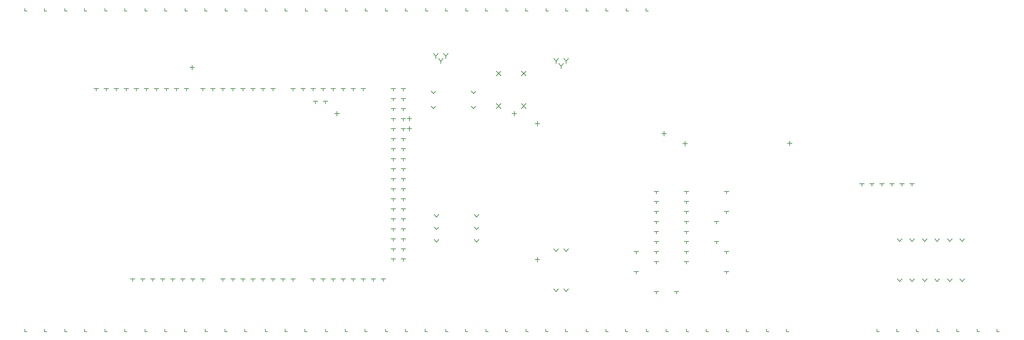
<source format=gbr>
G04 DipTrace 3.3.1.3*
G04 Plated_Through.gbr*
%MOIN*%
G04 #@! TF.FileFunction,Plated,1,2,PTH,Drill*
G04 #@! TF.Part,Single*
G04 Drill Symbols*
G04 D=0.019121 - Cross*
G04 D=0.027992 - X*
G04 D=0.031496 - Y*
G04 D=0.035433 - T*
G04 D=0.038005 - V*
G04 D=0.051181 - Clock*
G04 D=0.125 - Box_Cross*
G04 D=0.125984 - Box_X*
G04 D=0.216535 - Box_Y*
%ADD10C,0.007874*%
%FSLAX26Y26*%
G04*
G70*
G90*
G75*
G01*
X2613058Y3891601D2*
D10*
Y3867979D1*
X2636680D1*
X2809908Y3891601D2*
Y3867979D1*
X2833530D1*
X3013058Y3891601D2*
Y3867979D1*
X3036680D1*
X3209908Y3891601D2*
Y3867979D1*
X3233530D1*
X3413058Y3891601D2*
Y3867979D1*
X3436680D1*
X3609908Y3891601D2*
Y3867979D1*
X3633530D1*
X6213058Y3891601D2*
Y3867979D1*
X6236680D1*
X6409908Y3891601D2*
Y3867979D1*
X6433530D1*
X613058Y691601D2*
Y667979D1*
X636680D1*
X809908Y691601D2*
Y667979D1*
X833530D1*
X6613058Y3891601D2*
Y3867979D1*
X6636680D1*
X6809908Y3891601D2*
Y3867979D1*
X6833530D1*
X4613058Y3891601D2*
Y3867979D1*
X4636680D1*
X4809908Y3891601D2*
Y3867979D1*
X4833530D1*
X4364436Y1392979D2*
X4411680D1*
X4388058D2*
Y1369357D1*
X4364436Y1492979D2*
X4411680D1*
X4388058D2*
Y1469357D1*
X4364436Y1592979D2*
X4411680D1*
X4388058D2*
Y1569357D1*
X4364436Y1692979D2*
X4411680D1*
X4388058D2*
Y1669357D1*
X4364436Y1792979D2*
X4411680D1*
X4388058D2*
Y1769357D1*
X4364436Y1892979D2*
X4411680D1*
X4388058D2*
Y1869357D1*
X4364436Y1992979D2*
X4411680D1*
X4388058D2*
Y1969357D1*
X4364436Y2092979D2*
X4411680D1*
X4388058D2*
Y2069357D1*
X4364436Y2192979D2*
X4411680D1*
X4388058D2*
Y2169357D1*
X4364436Y2292979D2*
X4411680D1*
X4388058D2*
Y2269357D1*
X4364436Y2392979D2*
X4411680D1*
X4388058D2*
Y2369357D1*
X4364436Y2492979D2*
X4411680D1*
X4388058D2*
Y2469357D1*
X4364436Y2592979D2*
X4411680D1*
X4388058D2*
Y2569357D1*
X4364436Y2692979D2*
X4411680D1*
X4388058D2*
Y2669357D1*
X4364436Y2792979D2*
X4411680D1*
X4388058D2*
Y2769357D1*
X4364436Y2892979D2*
X4411680D1*
X4388058D2*
Y2869357D1*
X4364436Y2992979D2*
X4411680D1*
X4388058D2*
Y2969357D1*
X4264436Y3092979D2*
X4311680D1*
X4288058D2*
Y3069357D1*
X4264436Y1392979D2*
X4311680D1*
X4288058D2*
Y1369357D1*
X4264436Y1492979D2*
X4311680D1*
X4288058D2*
Y1469357D1*
X4264436Y1592979D2*
X4311680D1*
X4288058D2*
Y1569357D1*
X4264436Y1692979D2*
X4311680D1*
X4288058D2*
Y1669357D1*
X4264436Y1792979D2*
X4311680D1*
X4288058D2*
Y1769357D1*
X4264436Y1892979D2*
X4311680D1*
X4288058D2*
Y1869357D1*
X4264436Y1992979D2*
X4311680D1*
X4288058D2*
Y1969357D1*
X4264436Y2092979D2*
X4311680D1*
X4288058D2*
Y2069357D1*
X4264436Y2192979D2*
X4311680D1*
X4288058D2*
Y2169357D1*
X4264436Y2292979D2*
X4311680D1*
X4288058D2*
Y2269357D1*
X4264436Y2392979D2*
X4311680D1*
X4288058D2*
Y2369357D1*
X4264436Y2492979D2*
X4311680D1*
X4288058D2*
Y2469357D1*
X4264436Y2592979D2*
X4311680D1*
X4288058D2*
Y2569357D1*
X4264436Y2692979D2*
X4311680D1*
X4288058D2*
Y2669357D1*
X4264436Y2792979D2*
X4311680D1*
X4288058D2*
Y2769357D1*
X4264436Y2892979D2*
X4311680D1*
X4288058D2*
Y2869357D1*
X4264436Y2992979D2*
X4311680D1*
X4288058D2*
Y2969357D1*
X4364436Y3092979D2*
X4411680D1*
X4388058D2*
Y3069357D1*
X2164436Y1192979D2*
X2211680D1*
X2188058D2*
Y1169357D1*
X1964436Y1192979D2*
X2011680D1*
X1988058D2*
Y1169357D1*
X1864436Y1192979D2*
X1911680D1*
X1888058D2*
Y1169357D1*
X1764436Y1192979D2*
X1811680D1*
X1788058D2*
Y1169357D1*
X1664436Y1192979D2*
X1711680D1*
X1688058D2*
Y1169357D1*
X3064436Y1192979D2*
X3111680D1*
X3088058D2*
Y1169357D1*
X2964436Y1192979D2*
X3011680D1*
X2988058D2*
Y1169357D1*
X2864436Y1192979D2*
X2911680D1*
X2888058D2*
Y1169357D1*
X2764436Y1192979D2*
X2811680D1*
X2788058D2*
Y1169357D1*
X2664436Y1192979D2*
X2711680D1*
X2688058D2*
Y1169357D1*
X2564436Y1192979D2*
X2611680D1*
X2588058D2*
Y1169357D1*
X2202436Y3092979D2*
X2249680D1*
X2226058D2*
Y3069357D1*
X2102436Y3092979D2*
X2149680D1*
X2126058D2*
Y3069357D1*
X2002436Y3092979D2*
X2049680D1*
X2026058D2*
Y3069357D1*
X1902436Y3092979D2*
X1949680D1*
X1926058D2*
Y3069357D1*
X1802436Y3092979D2*
X1849680D1*
X1826058D2*
Y3069357D1*
X1702436Y3092979D2*
X1749680D1*
X1726058D2*
Y3069357D1*
X1602436Y3092979D2*
X1649680D1*
X1626058D2*
Y3069357D1*
X1501436Y3092979D2*
X1548680D1*
X1525058D2*
Y3069357D1*
X1402436Y3092979D2*
X1449680D1*
X1426058D2*
Y3069357D1*
X1302436Y3092979D2*
X1349680D1*
X1326058D2*
Y3069357D1*
X3064436Y3092979D2*
X3111680D1*
X3088058D2*
Y3069357D1*
X2964436Y3092979D2*
X3011680D1*
X2988058D2*
Y3069357D1*
X2864436Y3092979D2*
X2911680D1*
X2888058D2*
Y3069357D1*
X2764436Y3092979D2*
X2811680D1*
X2788058D2*
Y3069357D1*
X2664436Y3092979D2*
X2711680D1*
X2688058D2*
Y3069357D1*
X2564436Y3092979D2*
X2611680D1*
X2588058D2*
Y3069357D1*
X2464436Y3092979D2*
X2511680D1*
X2488058D2*
Y3069357D1*
X2364436Y3092979D2*
X2411680D1*
X2388058D2*
Y3069357D1*
X3264436Y3092979D2*
X3311680D1*
X3288058D2*
Y3069357D1*
X3364436Y3092979D2*
X3411680D1*
X3388058D2*
Y3069357D1*
X3464436Y3092979D2*
X3511680D1*
X3488058D2*
Y3069357D1*
X3564436Y3092979D2*
X3611680D1*
X3588058D2*
Y3069357D1*
X3664436Y3092979D2*
X3711680D1*
X3688058D2*
Y3069357D1*
X3764436Y3092979D2*
X3811680D1*
X3788058D2*
Y3069357D1*
X3864436Y3092979D2*
X3911680D1*
X3888058D2*
Y3069357D1*
X3964436Y3092979D2*
X4011680D1*
X3988058D2*
Y3069357D1*
X3164436Y1192979D2*
X3211680D1*
X3188058D2*
Y1169357D1*
X3264436Y1192979D2*
X3311680D1*
X3288058D2*
Y1169357D1*
X3464436Y1192979D2*
X3511680D1*
X3488058D2*
Y1169357D1*
X3564436Y1192979D2*
X3611680D1*
X3588058D2*
Y1169357D1*
X3664436Y1192979D2*
X3711680D1*
X3688058D2*
Y1169357D1*
X3764436Y1192979D2*
X3811680D1*
X3788058D2*
Y1169357D1*
X3864436Y1192979D2*
X3911680D1*
X3888058D2*
Y1169357D1*
X3964436Y1192979D2*
X4011680D1*
X3988058D2*
Y1169357D1*
X4064436Y1192979D2*
X4111680D1*
X4088058D2*
Y1169357D1*
X4164436Y1192979D2*
X4211680D1*
X4188058D2*
Y1169357D1*
X2064436Y1192979D2*
X2111680D1*
X2088058D2*
Y1169357D1*
X2364436Y1192979D2*
X2411680D1*
X2388058D2*
Y1169357D1*
X2264436Y1192979D2*
X2311680D1*
X2288058D2*
Y1169357D1*
X1013058Y3891601D2*
Y3867979D1*
X1036680D1*
X1209908Y3891601D2*
Y3867979D1*
X1233530D1*
X5314436Y3266601D2*
X5361680Y3219357D1*
Y3266601D2*
X5314436Y3219357D1*
X5564436Y3266601D2*
X5611680Y3219357D1*
Y3266601D2*
X5564436Y3219357D1*
X9113058Y691601D2*
Y667979D1*
X9136680D1*
X9309908Y691601D2*
Y667979D1*
X9333530D1*
X9506759Y691601D2*
Y667979D1*
X9530381D1*
X5013058Y3891601D2*
Y3867979D1*
X5036680D1*
X5209908Y3891601D2*
Y3867979D1*
X5233530D1*
X5413058Y3891601D2*
Y3867979D1*
X5436680D1*
X5609908Y3891601D2*
Y3867979D1*
X5633530D1*
X5813058Y3891601D2*
Y3867979D1*
X5836680D1*
X6009908Y3891601D2*
Y3867979D1*
X6033530D1*
X1013058Y691601D2*
Y667979D1*
X1036680D1*
X1209908Y691601D2*
Y667979D1*
X1233530D1*
X1413058Y691601D2*
Y667979D1*
X1436680D1*
X1609908Y691601D2*
Y667979D1*
X1633530D1*
X1813058Y691601D2*
Y667979D1*
X1836680D1*
X2009908Y691601D2*
Y667979D1*
X2033530D1*
X2206759Y691601D2*
Y667979D1*
X2230381D1*
X1413058Y3891601D2*
Y3867979D1*
X1436680D1*
X1609908Y3891601D2*
Y3867979D1*
X1633530D1*
X5064436Y3066601D2*
X5088058Y3042979D1*
X5111680Y3066601D1*
X4664436D2*
X4688058Y3042979D1*
X4711680Y3066601D1*
X5314436Y2941601D2*
X5361680Y2894357D1*
Y2941601D2*
X5314436Y2894357D1*
X5564436Y2941601D2*
X5611680Y2894357D1*
Y2941601D2*
X5564436Y2894357D1*
X6813058Y691601D2*
Y667979D1*
X6836680D1*
X7009908Y691601D2*
Y667979D1*
X7033530D1*
X5613058Y691601D2*
Y667979D1*
X5636680D1*
X5809908Y691601D2*
Y667979D1*
X5833530D1*
X6006759Y691601D2*
Y667979D1*
X6030381D1*
X6213058Y691601D2*
Y667979D1*
X6236680D1*
X6409908Y691601D2*
Y667979D1*
X6433530D1*
X6606759Y691601D2*
Y667979D1*
X6630381D1*
X7213058Y691601D2*
Y667979D1*
X7236680D1*
X7409908Y691601D2*
Y667979D1*
X7433530D1*
X7613058Y691601D2*
Y667979D1*
X7636680D1*
X7809908Y691601D2*
Y667979D1*
X7833530D1*
X8013058Y691601D2*
Y667979D1*
X8036680D1*
X8209908Y691601D2*
Y667979D1*
X8233530D1*
X2413058Y691601D2*
Y667979D1*
X2436680D1*
X2609908Y691601D2*
Y667979D1*
X2633530D1*
X2806759Y691601D2*
Y667979D1*
X2830381D1*
X7189436Y1367979D2*
X7236680D1*
X7213058D2*
Y1344357D1*
X7189436Y1467979D2*
X7236680D1*
X7213058D2*
Y1444357D1*
X7189436Y1567979D2*
X7236680D1*
X7213058D2*
Y1544357D1*
X7189436Y1667979D2*
X7236680D1*
X7213058D2*
Y1644357D1*
X7189436Y1767979D2*
X7236680D1*
X7213058D2*
Y1744357D1*
X7189436Y1867979D2*
X7236680D1*
X7213058D2*
Y1844357D1*
X7189436Y1967979D2*
X7236680D1*
X7213058D2*
Y1944357D1*
X7189436Y2067979D2*
X7236680D1*
X7213058D2*
Y2044357D1*
X6889436Y2067979D2*
X6936680D1*
X6913058D2*
Y2044357D1*
X6889436Y1967979D2*
X6936680D1*
X6913058D2*
Y1944357D1*
X6889436Y1867979D2*
X6936680D1*
X6913058D2*
Y1844357D1*
X6889436Y1767979D2*
X6936680D1*
X6913058D2*
Y1744357D1*
X6889436Y1667979D2*
X6936680D1*
X6913058D2*
Y1644357D1*
X6889436Y1567979D2*
X6936680D1*
X6913058D2*
Y1544357D1*
X6889436Y1467979D2*
X6936680D1*
X6913058D2*
Y1444357D1*
X6889436Y1367979D2*
X6936680D1*
X6913058D2*
Y1344357D1*
X9439436Y1191601D2*
X9463058Y1167979D1*
X9486680Y1191601D1*
X9439436Y1591601D2*
X9463058Y1567979D1*
X9486680Y1591601D1*
X9314436Y1191601D2*
X9338058Y1167979D1*
X9361680Y1191601D1*
X9314436Y1591601D2*
X9338058Y1567979D1*
X9361680Y1591601D1*
X9564436Y1191601D2*
X9588058Y1167979D1*
X9611680Y1191601D1*
X9564436Y1591601D2*
X9588058Y1567979D1*
X9611680Y1591601D1*
X9689436Y1191601D2*
X9713058Y1167979D1*
X9736680Y1191601D1*
X9689436Y1591601D2*
X9713058Y1567979D1*
X9736680Y1591601D1*
X9814436Y1191601D2*
X9838058Y1167979D1*
X9861680Y1191601D1*
X9814436Y1591601D2*
X9838058Y1567979D1*
X9861680Y1591601D1*
X9939436Y1191601D2*
X9963058Y1167979D1*
X9986680Y1191601D1*
X9939436Y1591601D2*
X9963058Y1567979D1*
X9986680Y1591601D1*
X4664436Y2916601D2*
X4688058Y2892979D1*
X4711680Y2916601D1*
X5064436D2*
X5088058Y2892979D1*
X5111680Y2916601D1*
X4695079Y1835021D2*
X4718701Y1811399D1*
X4742323Y1835021D1*
X5095079D2*
X5118701Y1811399D1*
X5142323Y1835021D1*
X4695079Y1710021D2*
X4718701Y1686399D1*
X4742323Y1710021D1*
X5095079D2*
X5118701Y1686399D1*
X5142323Y1710021D1*
X4695079Y1585021D2*
X4718701Y1561399D1*
X4742323Y1585021D1*
X5095079D2*
X5118701Y1561399D1*
X5142323Y1585021D1*
X5989436Y3391601D2*
X6013058Y3367979D1*
X6036680Y3391601D1*
X6013058Y3367979D2*
Y3344357D1*
X5939436Y3341601D2*
X5963058Y3317979D1*
X5986680Y3341601D1*
X5963058Y3317979D2*
Y3294357D1*
X5889436Y3391601D2*
X5913058Y3367979D1*
X5936680Y3391601D1*
X5913058Y3367979D2*
Y3344357D1*
X4789436Y3441601D2*
X4813058Y3417979D1*
X4836680Y3441601D1*
X4813058Y3417979D2*
Y3394357D1*
X4739436Y3391601D2*
X4763058Y3367979D1*
X4786680Y3391601D1*
X4763058Y3367979D2*
Y3344357D1*
X4689436Y3441601D2*
X4713058Y3417979D1*
X4736680Y3441601D1*
X4713058Y3417979D2*
Y3394357D1*
X7589436Y1267979D2*
X7636680D1*
X7613058D2*
Y1244357D1*
X7589436Y1467979D2*
X7636680D1*
X7613058D2*
Y1444357D1*
X7489436Y1767979D2*
X7536680D1*
X7513058D2*
Y1744357D1*
X7489436Y1567979D2*
X7536680D1*
X7513058D2*
Y1544357D1*
X7589436Y1867979D2*
X7636680D1*
X7613058D2*
Y1844357D1*
X7589436Y2067979D2*
X7636680D1*
X7613058D2*
Y2044357D1*
X6689436Y1267979D2*
X6736680D1*
X6713058D2*
Y1244357D1*
X6689436Y1467979D2*
X6736680D1*
X6713058D2*
Y1444357D1*
X6889436Y1067979D2*
X6936680D1*
X6913058D2*
Y1044357D1*
X7089436Y1067979D2*
X7136680D1*
X7113058D2*
Y1044357D1*
X3489436Y2967979D2*
X3536680D1*
X3513058D2*
Y2944357D1*
X3589436Y2967979D2*
X3636680D1*
X3613058D2*
Y2944357D1*
X5889436Y1091601D2*
X5913058Y1067979D1*
X5936680Y1091601D1*
X5889436Y1491601D2*
X5913058Y1467979D1*
X5936680Y1491601D1*
X5989436Y1091601D2*
X6013058Y1067979D1*
X6036680Y1091601D1*
X5989436Y1491601D2*
X6013058Y1467979D1*
X6036680Y1491601D1*
X9439436Y2142979D2*
X9486680D1*
X9463058D2*
Y2119357D1*
X8939436Y2142979D2*
X8986680D1*
X8963058D2*
Y2119357D1*
X9339436Y2142979D2*
X9386680D1*
X9363058D2*
Y2119357D1*
X9239436Y2142979D2*
X9286680D1*
X9263058D2*
Y2119357D1*
X9139436Y2142979D2*
X9186680D1*
X9163058D2*
Y2119357D1*
X9039436Y2142979D2*
X9086680D1*
X9063058D2*
Y2119357D1*
X613058Y3891601D2*
Y3867979D1*
X636680D1*
X809908Y3891601D2*
Y3867979D1*
X833530D1*
X1813058Y3891601D2*
Y3867979D1*
X1836680D1*
X2009908Y3891601D2*
Y3867979D1*
X2033530D1*
X2213058Y3891601D2*
Y3867979D1*
X2236680D1*
X2409908Y3891601D2*
Y3867979D1*
X2433530D1*
X3813058Y3891601D2*
Y3867979D1*
X3836680D1*
X4009908Y3891601D2*
Y3867979D1*
X4033530D1*
X4213058Y3891601D2*
Y3867979D1*
X4236680D1*
X4409908Y3891601D2*
Y3867979D1*
X4433530D1*
X9713058Y691601D2*
Y667979D1*
X9736680D1*
X9909908Y691601D2*
Y667979D1*
X9933530D1*
X10113058Y691601D2*
Y667979D1*
X10136680D1*
X10309908Y691601D2*
Y667979D1*
X10333530D1*
X3013058Y691601D2*
Y667979D1*
X3036680D1*
X3209908Y691601D2*
Y667979D1*
X3233530D1*
X3406759Y691601D2*
Y667979D1*
X3430381D1*
X3613058Y691601D2*
Y667979D1*
X3636680D1*
X3809908Y691601D2*
Y667979D1*
X3833530D1*
X4006759Y691601D2*
Y667979D1*
X4030381D1*
X4213058Y691601D2*
Y667979D1*
X4236680D1*
X4409908Y691601D2*
Y667979D1*
X4433530D1*
X4606759Y691601D2*
Y667979D1*
X4630381D1*
X4813058Y691601D2*
Y667979D1*
X4836680D1*
X5009908Y691601D2*
Y667979D1*
X5033530D1*
X5213058Y691601D2*
Y667979D1*
X5236680D1*
X5409908Y691601D2*
Y667979D1*
X5433530D1*
X2281572Y3326977D2*
Y3279733D1*
X2257950Y3303355D2*
X2305194D1*
X5725029Y1409555D2*
Y1362311D1*
X5701407Y1385933D2*
X5748651D1*
X4450580Y2816603D2*
Y2769359D1*
X4426958Y2792981D2*
X4474202D1*
X4450580Y2716603D2*
Y2669359D1*
X4426958Y2692981D2*
X4474202D1*
X8242273Y2570835D2*
Y2523591D1*
X8218651Y2547213D2*
X8265895D1*
X3727548Y2865618D2*
Y2818374D1*
X3703926Y2841996D2*
X3751170D1*
X6988060Y2665618D2*
Y2618374D1*
X6964438Y2641996D2*
X7011682D1*
X5494564Y2865618D2*
Y2818374D1*
X5470942Y2841996D2*
X5518186D1*
X5726847Y2765618D2*
Y2718374D1*
X5703225Y2741996D2*
X5750469D1*
X7199958Y2565618D2*
Y2518374D1*
X7176336Y2541996D2*
X7223580D1*
M02*

</source>
